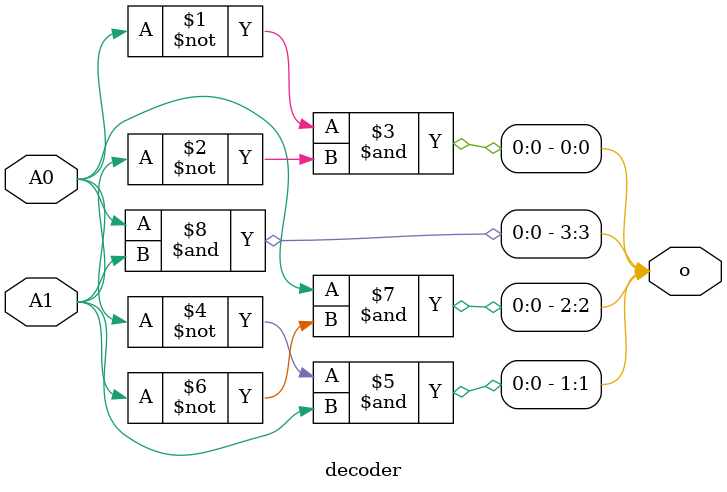
<source format=sv>
module decoder (
    input A0, A1,
    output logic [3:0] o
);

    assign o[0] = ~A0 & ~A1;
    assign o[1] = ~A0 & A1;
    assign o[2] = A0 & ~A1;
    assign o[3] = A0 & A1;

endmodule

// module decoder (
//     input i,
//     output logic [3:0] o
// );

//     always_comb begin
//        case (i)
//         2'b00: o = 4'b0001; 
//         2'b01: o = 4'b0010;
//         2'b10: o = 4'b0100;
//         2'b11: o = 4'b1000;
//        endcase 
//     end

// endmodule

// // this program is wrong deal with it

</source>
